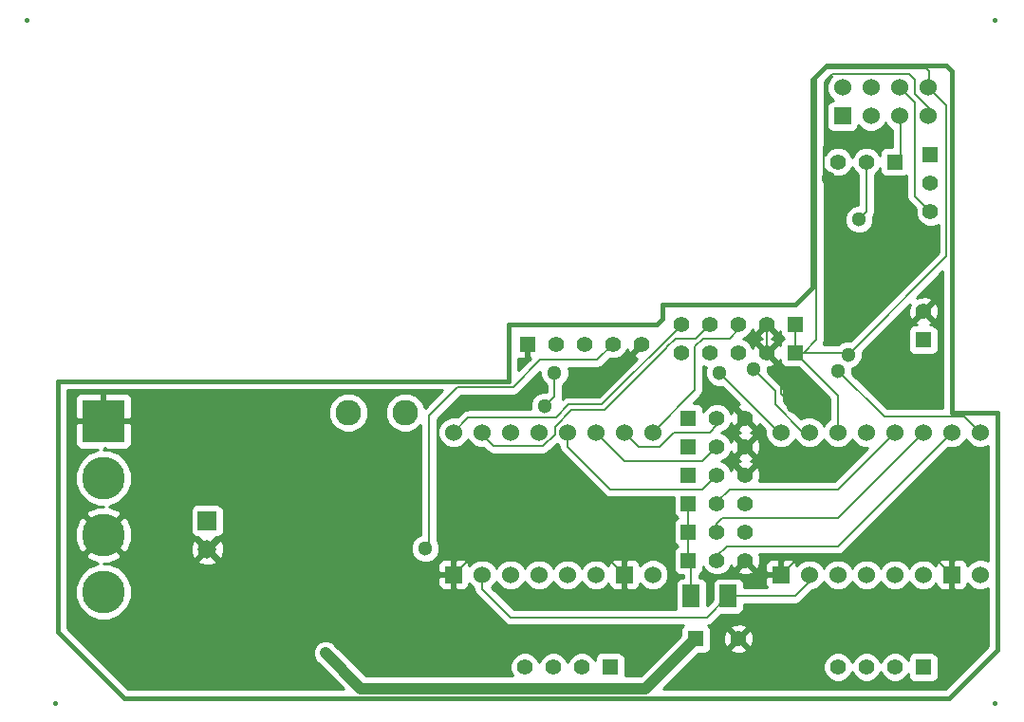
<source format=gbl>
G04 (created by PCBNEW (2013-07-07 BZR 4022)-stable) date 04/04/2014 12:18:16*
%MOIN*%
G04 Gerber Fmt 3.4, Leading zero omitted, Abs format*
%FSLAX34Y34*%
G01*
G70*
G90*
G04 APERTURE LIST*
%ADD10C,0.00590551*%
%ADD11C,0.015*%
%ADD12C,0.15*%
%ADD13R,0.15X0.15*%
%ADD14R,0.055X0.055*%
%ADD15C,0.055*%
%ADD16R,0.06X0.06*%
%ADD17C,0.06*%
%ADD18R,0.06X0.08*%
%ADD19R,0.065X0.065*%
%ADD20C,0.065*%
%ADD21C,0.09*%
%ADD22C,0.0393701*%
%ADD23C,0.0511811*%
%ADD24C,0.0393701*%
%ADD25C,0.008*%
%ADD26C,0.01*%
G04 APERTURE END LIST*
G54D10*
G54D11*
X41000Y-56000D02*
G75*
G03X41000Y-56000I0J0D01*
G74*
G01*
X40999Y-56000D02*
X41000Y-56000D01*
X41000Y-55999D02*
X41000Y-56000D01*
X74000Y-56000D02*
G75*
G03X74000Y-56000I0J0D01*
G74*
G01*
X73999Y-56000D02*
X74000Y-56000D01*
X74000Y-55999D02*
X74000Y-56000D01*
X74000Y-32000D02*
G75*
G03X74000Y-32000I0J0D01*
G74*
G01*
X73999Y-32000D02*
X74000Y-32000D01*
X74000Y-31999D02*
X74000Y-32000D01*
X40000Y-32000D02*
G75*
G03X40000Y-32000I0J0D01*
G74*
G01*
X39999Y-32000D02*
X40000Y-32000D01*
X40000Y-31999D02*
X40000Y-32000D01*
X72500Y-33800D02*
X72300Y-33600D01*
X72500Y-34000D02*
X72500Y-33800D01*
X72500Y-45800D02*
X72500Y-34000D01*
X74100Y-45800D02*
X72500Y-45800D01*
X74100Y-54100D02*
X74100Y-45800D01*
X41100Y-44750D02*
X41100Y-44700D01*
X41100Y-53500D02*
X41100Y-44750D01*
X43450Y-55850D02*
X41100Y-53500D01*
X72400Y-55850D02*
X43450Y-55850D01*
X74100Y-54150D02*
X72400Y-55850D01*
X68100Y-33600D02*
X72300Y-33600D01*
X67600Y-34100D02*
X68100Y-33600D01*
X67600Y-41400D02*
X67600Y-34100D01*
X67000Y-42000D02*
X67600Y-41400D01*
X62350Y-42000D02*
X67000Y-42000D01*
X62350Y-42500D02*
X62350Y-42000D01*
X62150Y-42700D02*
X62350Y-42500D01*
X56950Y-42700D02*
X62150Y-42700D01*
X56950Y-44700D02*
X56950Y-42700D01*
X41100Y-44700D02*
X56950Y-44700D01*
G54D12*
X42700Y-48100D03*
X42700Y-50100D03*
G54D13*
X42700Y-46100D03*
G54D12*
X42700Y-52100D03*
G54D14*
X71750Y-36750D03*
G54D15*
X71750Y-37750D03*
X71750Y-38750D03*
G54D14*
X63250Y-51000D03*
G54D15*
X64250Y-51000D03*
X65250Y-51000D03*
G54D14*
X63250Y-50000D03*
G54D15*
X64250Y-50000D03*
X65250Y-50000D03*
G54D14*
X63250Y-49000D03*
G54D15*
X64250Y-49000D03*
X65250Y-49000D03*
G54D14*
X63250Y-46000D03*
G54D15*
X64250Y-46000D03*
X65250Y-46000D03*
G54D14*
X63250Y-47000D03*
G54D15*
X64250Y-47000D03*
X65250Y-47000D03*
G54D14*
X63250Y-48000D03*
G54D15*
X64250Y-48000D03*
X65250Y-48000D03*
G54D14*
X70500Y-37000D03*
G54D15*
X69500Y-37000D03*
X68500Y-37000D03*
G54D14*
X67000Y-42700D03*
G54D15*
X66000Y-42700D03*
X65000Y-42700D03*
X64000Y-42700D03*
X63000Y-42700D03*
G54D14*
X67000Y-43700D03*
G54D15*
X66000Y-43700D03*
X65000Y-43700D03*
X64000Y-43700D03*
X63000Y-43700D03*
G54D14*
X60500Y-54750D03*
G54D15*
X59500Y-54750D03*
X58500Y-54750D03*
X57500Y-54750D03*
G54D14*
X71500Y-54750D03*
G54D15*
X70500Y-54750D03*
X69500Y-54750D03*
X68500Y-54750D03*
G54D16*
X68660Y-35390D03*
G54D17*
X68660Y-34390D03*
X69660Y-35390D03*
X69660Y-34390D03*
X70660Y-35390D03*
X70660Y-34390D03*
X71660Y-35390D03*
X71660Y-34390D03*
G54D16*
X55000Y-51500D03*
G54D17*
X56000Y-51500D03*
X57000Y-51500D03*
X58000Y-51500D03*
X59000Y-51500D03*
X60000Y-51500D03*
G54D16*
X61000Y-51500D03*
G54D17*
X62000Y-51500D03*
X62000Y-46500D03*
X61000Y-46500D03*
X60000Y-46500D03*
X59000Y-46500D03*
X58000Y-46500D03*
X57000Y-46500D03*
X56000Y-46500D03*
X55000Y-46500D03*
G54D16*
X66500Y-51500D03*
G54D17*
X67500Y-51500D03*
X68500Y-51500D03*
X69500Y-51500D03*
X70500Y-51500D03*
X71500Y-51500D03*
G54D16*
X72500Y-51500D03*
G54D17*
X73500Y-51500D03*
X73500Y-46500D03*
X72500Y-46500D03*
X71500Y-46500D03*
X70500Y-46500D03*
X69500Y-46500D03*
X68500Y-46500D03*
X67500Y-46500D03*
X66500Y-46500D03*
G54D14*
X71500Y-43250D03*
G54D15*
X71500Y-42250D03*
G54D18*
X64650Y-52250D03*
X63350Y-52250D03*
G54D19*
X46350Y-49600D03*
G54D20*
X46350Y-50600D03*
G54D14*
X63500Y-53750D03*
G54D15*
X65000Y-53750D03*
G54D21*
X51300Y-45800D03*
X53300Y-45800D03*
G54D14*
X57600Y-43400D03*
G54D15*
X58600Y-43400D03*
X59600Y-43400D03*
X60600Y-43400D03*
X61600Y-43400D03*
G54D22*
X50500Y-54250D03*
G54D23*
X64350Y-44410D03*
X65520Y-44275D03*
X54010Y-50580D03*
X69242Y-39020D03*
X68509Y-44338D03*
X66940Y-45590D03*
X68162Y-37589D03*
X68852Y-43771D03*
X58550Y-44424D03*
X58210Y-45576D03*
G54D24*
X61750Y-55500D02*
X63500Y-53750D01*
X51750Y-55500D02*
X61750Y-55500D01*
X50500Y-54250D02*
X51750Y-55500D01*
G54D25*
X63000Y-42700D02*
X63000Y-42735D01*
X55517Y-45983D02*
X55000Y-46500D01*
X58590Y-45983D02*
X55517Y-45983D01*
X59045Y-45528D02*
X58590Y-45983D01*
X60207Y-45528D02*
X59045Y-45528D01*
X63000Y-42735D02*
X60207Y-45528D01*
X56000Y-46500D02*
X56000Y-46592D01*
X63496Y-43204D02*
X64000Y-42700D01*
X62790Y-43204D02*
X63496Y-43204D01*
X62482Y-43512D02*
X62790Y-43204D01*
X62482Y-43554D02*
X62482Y-43512D01*
X60312Y-45724D02*
X62482Y-43554D01*
X59129Y-45724D02*
X60312Y-45724D01*
X58555Y-46298D02*
X59129Y-45724D01*
X58555Y-46571D02*
X58555Y-46298D01*
X58142Y-46984D02*
X58555Y-46571D01*
X56392Y-46984D02*
X58142Y-46984D01*
X56000Y-46592D02*
X56392Y-46984D01*
X66440Y-46500D02*
X66500Y-46500D01*
X64350Y-44410D02*
X66440Y-46500D01*
X67283Y-46500D02*
X67500Y-46500D01*
X66304Y-45521D02*
X67283Y-46500D01*
X66304Y-45059D02*
X66304Y-45521D01*
X65520Y-44275D02*
X66304Y-45059D01*
X60040Y-43960D02*
X60600Y-43400D01*
X58040Y-43960D02*
X60040Y-43960D01*
X57090Y-44910D02*
X58040Y-43960D01*
X55140Y-44910D02*
X57090Y-44910D01*
X54140Y-45910D02*
X55140Y-44910D01*
X54140Y-50450D02*
X54140Y-45910D01*
X54010Y-50580D02*
X54140Y-50450D01*
X69500Y-38762D02*
X69500Y-37000D01*
X69242Y-39020D02*
X69500Y-38762D01*
X65000Y-42700D02*
X65000Y-42891D01*
X63476Y-45024D02*
X62000Y-46500D01*
X63476Y-43484D02*
X63476Y-45024D01*
X63756Y-43204D02*
X63476Y-43484D01*
X64687Y-43204D02*
X63756Y-43204D01*
X65000Y-42891D02*
X64687Y-43204D01*
X72948Y-45948D02*
X73500Y-46500D01*
X70119Y-45948D02*
X72948Y-45948D01*
X68509Y-44338D02*
X70119Y-45948D01*
X66000Y-43700D02*
X66000Y-42700D01*
X66500Y-44200D02*
X66000Y-43700D01*
X66500Y-45150D02*
X66500Y-44200D01*
X66940Y-45590D02*
X66500Y-45150D01*
X71700Y-35100D02*
X71200Y-34600D01*
X71200Y-34600D02*
X71200Y-34100D01*
X71200Y-34100D02*
X71000Y-33900D01*
X71000Y-33900D02*
X68300Y-33900D01*
X68300Y-33900D02*
X68100Y-34100D01*
X68100Y-34100D02*
X68100Y-36400D01*
X71700Y-35100D02*
X71700Y-35400D01*
X68100Y-36386D02*
X68100Y-36400D01*
X68009Y-36477D02*
X68100Y-36386D01*
X68009Y-37436D02*
X68009Y-36477D01*
X68162Y-37589D02*
X68009Y-37436D01*
X66500Y-51500D02*
X67000Y-51000D01*
X72000Y-51000D02*
X72500Y-51500D01*
X67000Y-51000D02*
X72000Y-51000D01*
X55000Y-51500D02*
X55500Y-51000D01*
X60500Y-51000D02*
X61000Y-51500D01*
X55500Y-51000D02*
X60500Y-51000D01*
X63250Y-50000D02*
X63250Y-49000D01*
X63250Y-51000D02*
X63250Y-50000D01*
X63350Y-52250D02*
X63350Y-51100D01*
X63350Y-51100D02*
X63250Y-51000D01*
X70700Y-35400D02*
X70700Y-36800D01*
X70700Y-36800D02*
X70500Y-37000D01*
X64250Y-46000D02*
X64250Y-46250D01*
X61500Y-47000D02*
X61000Y-46500D01*
X62250Y-47000D02*
X61500Y-47000D01*
X62750Y-46500D02*
X62250Y-47000D01*
X64000Y-46500D02*
X62750Y-46500D01*
X64250Y-46250D02*
X64000Y-46500D01*
X68250Y-49500D02*
X68500Y-49500D01*
X64250Y-49700D02*
X64450Y-49500D01*
X64450Y-49500D02*
X68250Y-49500D01*
X71500Y-46500D02*
X68500Y-49500D01*
X64250Y-49700D02*
X64250Y-50000D01*
X68250Y-50500D02*
X68500Y-50500D01*
X64250Y-50850D02*
X64600Y-50500D01*
X64600Y-50500D02*
X68250Y-50500D01*
X72500Y-46500D02*
X68500Y-50500D01*
X64250Y-50850D02*
X64250Y-51000D01*
X64250Y-48000D02*
X63750Y-48500D01*
X59000Y-47000D02*
X59000Y-46500D01*
X60500Y-48500D02*
X59000Y-47000D01*
X63250Y-48500D02*
X60500Y-48500D01*
X63750Y-48500D02*
X63250Y-48500D01*
X60000Y-46500D02*
X61000Y-47500D01*
X63750Y-47500D02*
X64250Y-47000D01*
X61000Y-47500D02*
X63750Y-47500D01*
X68250Y-48500D02*
X68500Y-48500D01*
X64250Y-48950D02*
X64700Y-48500D01*
X64700Y-48500D02*
X68250Y-48500D01*
X70500Y-46500D02*
X68500Y-48500D01*
X64250Y-48950D02*
X64250Y-49000D01*
X70700Y-34400D02*
X71200Y-34900D01*
X71200Y-38200D02*
X71750Y-38750D01*
X71200Y-36000D02*
X71200Y-38200D01*
X71200Y-34900D02*
X71200Y-36000D01*
X67000Y-43700D02*
X67000Y-42700D01*
X67000Y-43700D02*
X68781Y-43700D01*
X68781Y-43700D02*
X68852Y-43771D01*
X68852Y-43771D02*
X72317Y-40306D01*
X72317Y-35017D02*
X71700Y-34400D01*
X72317Y-40306D02*
X72317Y-35017D01*
X58550Y-45236D02*
X58550Y-44424D01*
X58210Y-45576D02*
X58550Y-45236D01*
X71700Y-34400D02*
X71700Y-33800D01*
X71700Y-33800D02*
X71600Y-33700D01*
X71600Y-33700D02*
X68100Y-33700D01*
X68100Y-33700D02*
X67750Y-34050D01*
X67750Y-34050D02*
X67750Y-34250D01*
X67300Y-43700D02*
X67000Y-43700D01*
X67750Y-43250D02*
X67750Y-34250D01*
X67300Y-43700D02*
X67750Y-43250D01*
X56000Y-51500D02*
X56000Y-52000D01*
X63900Y-53000D02*
X64650Y-52250D01*
X57000Y-53000D02*
X63900Y-53000D01*
X56000Y-52000D02*
X57000Y-53000D01*
X68500Y-46500D02*
X68500Y-45200D01*
X68500Y-45200D02*
X67000Y-43700D01*
X64650Y-52250D02*
X67000Y-52250D01*
X67000Y-52250D02*
X67500Y-51750D01*
X67500Y-51750D02*
X67500Y-51500D01*
G54D10*
G36*
X57688Y-43901D02*
X57275Y-44314D01*
X57275Y-43924D01*
X57275Y-43925D01*
X57487Y-43925D01*
X57550Y-43862D01*
X57550Y-43450D01*
X57542Y-43450D01*
X57542Y-43350D01*
X57550Y-43350D01*
X57550Y-43342D01*
X57650Y-43342D01*
X57650Y-43350D01*
X57657Y-43350D01*
X57657Y-43450D01*
X57650Y-43450D01*
X57650Y-43862D01*
X57688Y-43901D01*
X57688Y-43901D01*
G37*
G54D26*
X57688Y-43901D02*
X57275Y-44314D01*
X57275Y-43924D01*
X57275Y-43925D01*
X57487Y-43925D01*
X57550Y-43862D01*
X57550Y-43450D01*
X57542Y-43450D01*
X57542Y-43350D01*
X57550Y-43350D01*
X57550Y-43342D01*
X57650Y-43342D01*
X57650Y-43350D01*
X57657Y-43350D01*
X57657Y-43450D01*
X57650Y-43450D01*
X57650Y-43862D01*
X57688Y-43901D01*
G54D10*
G36*
X59676Y-43405D02*
X59605Y-43476D01*
X59600Y-43470D01*
X59594Y-43476D01*
X59523Y-43405D01*
X59529Y-43400D01*
X59523Y-43394D01*
X59594Y-43323D01*
X59600Y-43329D01*
X59605Y-43323D01*
X59676Y-43394D01*
X59670Y-43400D01*
X59676Y-43405D01*
X59676Y-43405D01*
G37*
G54D26*
X59676Y-43405D02*
X59605Y-43476D01*
X59600Y-43470D01*
X59594Y-43476D01*
X59523Y-43405D01*
X59529Y-43400D01*
X59523Y-43394D01*
X59594Y-43323D01*
X59600Y-43329D01*
X59605Y-43323D01*
X59676Y-43394D01*
X59670Y-43400D01*
X59676Y-43405D01*
G54D10*
G36*
X61676Y-43405D02*
X61605Y-43476D01*
X61600Y-43470D01*
X61302Y-43767D01*
X61327Y-43860D01*
X61428Y-43896D01*
X60086Y-45238D01*
X59045Y-45238D01*
X58934Y-45260D01*
X58839Y-45322D01*
X58839Y-45322D01*
X58818Y-45344D01*
X58840Y-45236D01*
X58839Y-45236D01*
X58840Y-45236D01*
X58840Y-44849D01*
X58978Y-44710D01*
X59055Y-44525D01*
X59055Y-44323D01*
X59025Y-44250D01*
X60040Y-44250D01*
X60150Y-44227D01*
X60245Y-44165D01*
X60488Y-43922D01*
X60495Y-43924D01*
X60703Y-43925D01*
X60897Y-43845D01*
X61044Y-43697D01*
X61097Y-43571D01*
X61139Y-43672D01*
X61232Y-43697D01*
X61529Y-43400D01*
X61523Y-43394D01*
X61594Y-43323D01*
X61600Y-43329D01*
X61605Y-43323D01*
X61676Y-43394D01*
X61670Y-43400D01*
X61676Y-43405D01*
X61676Y-43405D01*
G37*
G54D26*
X61676Y-43405D02*
X61605Y-43476D01*
X61600Y-43470D01*
X61302Y-43767D01*
X61327Y-43860D01*
X61428Y-43896D01*
X60086Y-45238D01*
X59045Y-45238D01*
X58934Y-45260D01*
X58839Y-45322D01*
X58839Y-45322D01*
X58818Y-45344D01*
X58840Y-45236D01*
X58839Y-45236D01*
X58840Y-45236D01*
X58840Y-44849D01*
X58978Y-44710D01*
X59055Y-44525D01*
X59055Y-44323D01*
X59025Y-44250D01*
X60040Y-44250D01*
X60150Y-44227D01*
X60245Y-44165D01*
X60488Y-43922D01*
X60495Y-43924D01*
X60703Y-43925D01*
X60897Y-43845D01*
X61044Y-43697D01*
X61097Y-43571D01*
X61139Y-43672D01*
X61232Y-43697D01*
X61529Y-43400D01*
X61523Y-43394D01*
X61594Y-43323D01*
X61600Y-43329D01*
X61605Y-43323D01*
X61676Y-43394D01*
X61670Y-43400D01*
X61676Y-43405D01*
G54D10*
G36*
X63060Y-51599D02*
X63000Y-51599D01*
X62908Y-51637D01*
X62838Y-51708D01*
X62800Y-51800D01*
X62799Y-51899D01*
X62799Y-52699D01*
X62804Y-52710D01*
X62550Y-52710D01*
X62550Y-51391D01*
X62466Y-51188D01*
X62311Y-51034D01*
X62109Y-50950D01*
X61891Y-50949D01*
X61688Y-51033D01*
X61549Y-51172D01*
X61549Y-51150D01*
X61511Y-51058D01*
X61441Y-50987D01*
X61349Y-50949D01*
X61112Y-50950D01*
X61050Y-51012D01*
X61050Y-51450D01*
X61057Y-51450D01*
X61057Y-51550D01*
X61050Y-51550D01*
X61050Y-51987D01*
X61112Y-52050D01*
X61349Y-52050D01*
X61441Y-52012D01*
X61511Y-51941D01*
X61549Y-51849D01*
X61549Y-51827D01*
X61688Y-51965D01*
X61890Y-52049D01*
X62108Y-52050D01*
X62311Y-51966D01*
X62465Y-51811D01*
X62549Y-51609D01*
X62550Y-51391D01*
X62550Y-52710D01*
X57120Y-52710D01*
X56343Y-51933D01*
X56465Y-51811D01*
X56499Y-51730D01*
X56533Y-51811D01*
X56688Y-51965D01*
X56890Y-52049D01*
X57108Y-52050D01*
X57311Y-51966D01*
X57465Y-51811D01*
X57499Y-51730D01*
X57533Y-51811D01*
X57688Y-51965D01*
X57890Y-52049D01*
X58108Y-52050D01*
X58311Y-51966D01*
X58465Y-51811D01*
X58499Y-51730D01*
X58533Y-51811D01*
X58688Y-51965D01*
X58890Y-52049D01*
X59108Y-52050D01*
X59311Y-51966D01*
X59465Y-51811D01*
X59499Y-51730D01*
X59533Y-51811D01*
X59688Y-51965D01*
X59890Y-52049D01*
X60108Y-52050D01*
X60311Y-51966D01*
X60450Y-51827D01*
X60450Y-51849D01*
X60488Y-51941D01*
X60558Y-52012D01*
X60650Y-52050D01*
X60887Y-52050D01*
X60950Y-51987D01*
X60950Y-51550D01*
X60942Y-51550D01*
X60942Y-51450D01*
X60950Y-51450D01*
X60950Y-51012D01*
X60887Y-50950D01*
X60650Y-50949D01*
X60558Y-50987D01*
X60488Y-51058D01*
X60450Y-51150D01*
X60450Y-51172D01*
X60311Y-51034D01*
X60109Y-50950D01*
X59891Y-50949D01*
X59688Y-51033D01*
X59534Y-51188D01*
X59500Y-51269D01*
X59466Y-51188D01*
X59311Y-51034D01*
X59109Y-50950D01*
X58891Y-50949D01*
X58688Y-51033D01*
X58534Y-51188D01*
X58500Y-51269D01*
X58466Y-51188D01*
X58311Y-51034D01*
X58109Y-50950D01*
X57891Y-50949D01*
X57688Y-51033D01*
X57534Y-51188D01*
X57500Y-51269D01*
X57466Y-51188D01*
X57311Y-51034D01*
X57109Y-50950D01*
X56891Y-50949D01*
X56688Y-51033D01*
X56534Y-51188D01*
X56500Y-51269D01*
X56466Y-51188D01*
X56311Y-51034D01*
X56109Y-50950D01*
X55891Y-50949D01*
X55688Y-51033D01*
X55549Y-51172D01*
X55549Y-51150D01*
X55511Y-51058D01*
X55441Y-50987D01*
X55349Y-50949D01*
X55112Y-50950D01*
X55050Y-51012D01*
X55050Y-51450D01*
X55057Y-51450D01*
X55057Y-51550D01*
X55050Y-51550D01*
X55050Y-51987D01*
X55112Y-52050D01*
X55349Y-52050D01*
X55441Y-52012D01*
X55511Y-51941D01*
X55549Y-51849D01*
X55549Y-51827D01*
X55688Y-51965D01*
X55710Y-51975D01*
X55710Y-52000D01*
X55732Y-52110D01*
X55794Y-52205D01*
X56794Y-53205D01*
X56889Y-53267D01*
X57000Y-53290D01*
X63056Y-53290D01*
X63013Y-53333D01*
X62975Y-53425D01*
X62974Y-53524D01*
X62974Y-53643D01*
X61564Y-55053D01*
X61024Y-55053D01*
X61025Y-54975D01*
X61025Y-54425D01*
X60987Y-54333D01*
X60916Y-54263D01*
X60824Y-54225D01*
X60725Y-54224D01*
X60175Y-54224D01*
X60083Y-54262D01*
X60013Y-54333D01*
X59975Y-54425D01*
X59974Y-54524D01*
X59974Y-54524D01*
X59945Y-54453D01*
X59797Y-54305D01*
X59604Y-54225D01*
X59396Y-54224D01*
X59203Y-54304D01*
X59055Y-54452D01*
X58999Y-54585D01*
X58945Y-54453D01*
X58797Y-54305D01*
X58604Y-54225D01*
X58396Y-54224D01*
X58203Y-54304D01*
X58055Y-54452D01*
X57999Y-54585D01*
X57945Y-54453D01*
X57797Y-54305D01*
X57604Y-54225D01*
X57396Y-54224D01*
X57203Y-54304D01*
X57055Y-54452D01*
X56975Y-54645D01*
X56974Y-54853D01*
X57054Y-55047D01*
X57060Y-55053D01*
X54950Y-55053D01*
X54950Y-51987D01*
X54950Y-51550D01*
X54950Y-51450D01*
X54950Y-51012D01*
X54887Y-50950D01*
X54650Y-50949D01*
X54558Y-50987D01*
X54488Y-51058D01*
X54450Y-51150D01*
X54449Y-51249D01*
X54450Y-51387D01*
X54512Y-51450D01*
X54950Y-51450D01*
X54950Y-51550D01*
X54512Y-51550D01*
X54450Y-51612D01*
X54449Y-51750D01*
X54450Y-51849D01*
X54488Y-51941D01*
X54558Y-52012D01*
X54650Y-52050D01*
X54887Y-52050D01*
X54950Y-51987D01*
X54950Y-55053D01*
X52000Y-55053D01*
X52000Y-45661D01*
X51893Y-45404D01*
X51697Y-45206D01*
X51439Y-45100D01*
X51161Y-45099D01*
X50904Y-45206D01*
X50706Y-45402D01*
X50600Y-45660D01*
X50599Y-45938D01*
X50706Y-46196D01*
X50902Y-46393D01*
X51160Y-46499D01*
X51438Y-46500D01*
X51696Y-46393D01*
X51893Y-46197D01*
X51999Y-45939D01*
X52000Y-45661D01*
X52000Y-55053D01*
X51935Y-55053D01*
X50816Y-53934D01*
X50815Y-53934D01*
X50753Y-53871D01*
X50589Y-53803D01*
X50411Y-53803D01*
X50247Y-53870D01*
X50121Y-53996D01*
X50053Y-54160D01*
X50053Y-54338D01*
X50120Y-54502D01*
X50184Y-54565D01*
X50246Y-54628D01*
X50246Y-54628D01*
X51143Y-55525D01*
X46929Y-55525D01*
X46929Y-50687D01*
X46925Y-50587D01*
X46925Y-49875D01*
X46925Y-49225D01*
X46887Y-49133D01*
X46816Y-49063D01*
X46724Y-49025D01*
X46625Y-49024D01*
X45975Y-49024D01*
X45883Y-49062D01*
X45813Y-49133D01*
X45775Y-49225D01*
X45774Y-49324D01*
X45774Y-49974D01*
X45812Y-50066D01*
X45883Y-50136D01*
X45975Y-50174D01*
X46023Y-50174D01*
X46016Y-50195D01*
X46350Y-50529D01*
X46683Y-50195D01*
X46676Y-50175D01*
X46724Y-50175D01*
X46816Y-50137D01*
X46886Y-50066D01*
X46924Y-49974D01*
X46925Y-49875D01*
X46925Y-50587D01*
X46919Y-50459D01*
X46851Y-50297D01*
X46754Y-50266D01*
X46420Y-50600D01*
X46754Y-50933D01*
X46851Y-50902D01*
X46929Y-50687D01*
X46929Y-55525D01*
X46683Y-55525D01*
X46683Y-51004D01*
X46350Y-50670D01*
X46279Y-50741D01*
X46279Y-50600D01*
X45945Y-50266D01*
X45848Y-50297D01*
X45770Y-50512D01*
X45780Y-50740D01*
X45848Y-50902D01*
X45945Y-50933D01*
X46279Y-50600D01*
X46279Y-50741D01*
X46016Y-51004D01*
X46047Y-51101D01*
X46262Y-51179D01*
X46490Y-51169D01*
X46652Y-51101D01*
X46683Y-51004D01*
X46683Y-55525D01*
X43701Y-55525D01*
X43701Y-50289D01*
X43700Y-50112D01*
X43700Y-47901D01*
X43700Y-47901D01*
X43548Y-47534D01*
X43267Y-47252D01*
X42899Y-47100D01*
X42700Y-47100D01*
X42750Y-47100D01*
X42750Y-47037D01*
X42812Y-47100D01*
X43400Y-47100D01*
X43499Y-47099D01*
X43591Y-47061D01*
X43662Y-46991D01*
X43700Y-46899D01*
X43700Y-45300D01*
X43662Y-45208D01*
X43591Y-45138D01*
X43499Y-45100D01*
X43400Y-45099D01*
X42812Y-45100D01*
X42750Y-45162D01*
X42750Y-46050D01*
X43637Y-46050D01*
X43700Y-45987D01*
X43700Y-45300D01*
X43700Y-46899D01*
X43700Y-46212D01*
X43637Y-46150D01*
X42750Y-46150D01*
X42750Y-46157D01*
X42650Y-46157D01*
X42650Y-46150D01*
X42650Y-46050D01*
X42650Y-45162D01*
X42587Y-45100D01*
X41999Y-45099D01*
X41900Y-45100D01*
X41808Y-45138D01*
X41737Y-45208D01*
X41699Y-45300D01*
X41700Y-45987D01*
X41762Y-46050D01*
X42650Y-46050D01*
X42650Y-46150D01*
X41762Y-46150D01*
X41700Y-46212D01*
X41699Y-46899D01*
X41737Y-46991D01*
X41808Y-47061D01*
X41900Y-47099D01*
X41999Y-47100D01*
X42501Y-47100D01*
X42134Y-47251D01*
X41852Y-47532D01*
X41700Y-47900D01*
X41699Y-48298D01*
X41851Y-48665D01*
X42132Y-48947D01*
X42500Y-49099D01*
X42695Y-49099D01*
X42491Y-49101D01*
X42141Y-49246D01*
X42059Y-49388D01*
X42700Y-50029D01*
X43340Y-49388D01*
X43258Y-49246D01*
X42894Y-49100D01*
X42898Y-49100D01*
X43265Y-48948D01*
X43547Y-48667D01*
X43699Y-48299D01*
X43700Y-47901D01*
X43700Y-50112D01*
X43698Y-49891D01*
X43553Y-49541D01*
X43411Y-49459D01*
X42770Y-50100D01*
X43411Y-50740D01*
X43553Y-50658D01*
X43701Y-50289D01*
X43701Y-55525D01*
X43700Y-55525D01*
X43700Y-51901D01*
X43548Y-51534D01*
X43267Y-51252D01*
X42899Y-51100D01*
X42704Y-51100D01*
X42908Y-51098D01*
X43258Y-50953D01*
X43340Y-50811D01*
X42700Y-50170D01*
X42629Y-50241D01*
X42629Y-50100D01*
X41988Y-49459D01*
X41846Y-49541D01*
X41698Y-49910D01*
X41701Y-50308D01*
X41846Y-50658D01*
X41988Y-50740D01*
X42629Y-50100D01*
X42629Y-50241D01*
X42059Y-50811D01*
X42141Y-50953D01*
X42505Y-51099D01*
X42501Y-51099D01*
X42134Y-51251D01*
X41852Y-51532D01*
X41700Y-51900D01*
X41699Y-52298D01*
X41851Y-52665D01*
X42132Y-52947D01*
X42500Y-53099D01*
X42898Y-53100D01*
X43265Y-52948D01*
X43547Y-52667D01*
X43699Y-52299D01*
X43700Y-51901D01*
X43700Y-55525D01*
X43584Y-55525D01*
X41425Y-53365D01*
X41425Y-45025D01*
X54614Y-45025D01*
X53993Y-45646D01*
X53893Y-45404D01*
X53697Y-45206D01*
X53439Y-45100D01*
X53161Y-45099D01*
X52904Y-45206D01*
X52706Y-45402D01*
X52600Y-45660D01*
X52599Y-45938D01*
X52706Y-46196D01*
X52902Y-46393D01*
X53160Y-46499D01*
X53438Y-46500D01*
X53696Y-46393D01*
X53850Y-46240D01*
X53850Y-50098D01*
X53723Y-50150D01*
X53581Y-50293D01*
X53504Y-50478D01*
X53504Y-50680D01*
X53580Y-50866D01*
X53723Y-51008D01*
X53908Y-51085D01*
X54110Y-51085D01*
X54296Y-51009D01*
X54438Y-50866D01*
X54515Y-50681D01*
X54515Y-50479D01*
X54439Y-50293D01*
X54430Y-50284D01*
X54430Y-46030D01*
X55260Y-45200D01*
X57090Y-45200D01*
X57200Y-45177D01*
X57295Y-45115D01*
X58044Y-44365D01*
X58044Y-44524D01*
X58120Y-44710D01*
X58260Y-44849D01*
X58260Y-45070D01*
X58109Y-45070D01*
X57923Y-45146D01*
X57781Y-45289D01*
X57704Y-45474D01*
X57704Y-45676D01*
X57710Y-45693D01*
X55517Y-45693D01*
X55516Y-45693D01*
X55498Y-45696D01*
X55406Y-45715D01*
X55311Y-45777D01*
X55311Y-45777D01*
X55311Y-45777D01*
X55131Y-45958D01*
X55109Y-45950D01*
X54891Y-45949D01*
X54688Y-46033D01*
X54534Y-46188D01*
X54450Y-46390D01*
X54449Y-46608D01*
X54533Y-46811D01*
X54688Y-46965D01*
X54890Y-47049D01*
X55108Y-47050D01*
X55311Y-46966D01*
X55465Y-46811D01*
X55499Y-46730D01*
X55533Y-46811D01*
X55688Y-46965D01*
X55890Y-47049D01*
X56047Y-47050D01*
X56186Y-47189D01*
X56281Y-47251D01*
X56392Y-47274D01*
X58142Y-47274D01*
X58252Y-47251D01*
X58347Y-47189D01*
X58629Y-46906D01*
X58688Y-46965D01*
X58710Y-46975D01*
X58710Y-47000D01*
X58732Y-47110D01*
X58794Y-47205D01*
X60294Y-48705D01*
X60294Y-48705D01*
X60389Y-48767D01*
X60500Y-48790D01*
X62724Y-48790D01*
X62724Y-49324D01*
X62762Y-49416D01*
X62833Y-49486D01*
X62864Y-49499D01*
X62833Y-49512D01*
X62763Y-49583D01*
X62725Y-49675D01*
X62724Y-49774D01*
X62724Y-50324D01*
X62762Y-50416D01*
X62833Y-50486D01*
X62864Y-50499D01*
X62833Y-50512D01*
X62763Y-50583D01*
X62725Y-50675D01*
X62724Y-50774D01*
X62724Y-51324D01*
X62762Y-51416D01*
X62833Y-51486D01*
X62925Y-51524D01*
X63024Y-51525D01*
X63060Y-51525D01*
X63060Y-51599D01*
X63060Y-51599D01*
G37*
G54D26*
X63060Y-51599D02*
X63000Y-51599D01*
X62908Y-51637D01*
X62838Y-51708D01*
X62800Y-51800D01*
X62799Y-51899D01*
X62799Y-52699D01*
X62804Y-52710D01*
X62550Y-52710D01*
X62550Y-51391D01*
X62466Y-51188D01*
X62311Y-51034D01*
X62109Y-50950D01*
X61891Y-50949D01*
X61688Y-51033D01*
X61549Y-51172D01*
X61549Y-51150D01*
X61511Y-51058D01*
X61441Y-50987D01*
X61349Y-50949D01*
X61112Y-50950D01*
X61050Y-51012D01*
X61050Y-51450D01*
X61057Y-51450D01*
X61057Y-51550D01*
X61050Y-51550D01*
X61050Y-51987D01*
X61112Y-52050D01*
X61349Y-52050D01*
X61441Y-52012D01*
X61511Y-51941D01*
X61549Y-51849D01*
X61549Y-51827D01*
X61688Y-51965D01*
X61890Y-52049D01*
X62108Y-52050D01*
X62311Y-51966D01*
X62465Y-51811D01*
X62549Y-51609D01*
X62550Y-51391D01*
X62550Y-52710D01*
X57120Y-52710D01*
X56343Y-51933D01*
X56465Y-51811D01*
X56499Y-51730D01*
X56533Y-51811D01*
X56688Y-51965D01*
X56890Y-52049D01*
X57108Y-52050D01*
X57311Y-51966D01*
X57465Y-51811D01*
X57499Y-51730D01*
X57533Y-51811D01*
X57688Y-51965D01*
X57890Y-52049D01*
X58108Y-52050D01*
X58311Y-51966D01*
X58465Y-51811D01*
X58499Y-51730D01*
X58533Y-51811D01*
X58688Y-51965D01*
X58890Y-52049D01*
X59108Y-52050D01*
X59311Y-51966D01*
X59465Y-51811D01*
X59499Y-51730D01*
X59533Y-51811D01*
X59688Y-51965D01*
X59890Y-52049D01*
X60108Y-52050D01*
X60311Y-51966D01*
X60450Y-51827D01*
X60450Y-51849D01*
X60488Y-51941D01*
X60558Y-52012D01*
X60650Y-52050D01*
X60887Y-52050D01*
X60950Y-51987D01*
X60950Y-51550D01*
X60942Y-51550D01*
X60942Y-51450D01*
X60950Y-51450D01*
X60950Y-51012D01*
X60887Y-50950D01*
X60650Y-50949D01*
X60558Y-50987D01*
X60488Y-51058D01*
X60450Y-51150D01*
X60450Y-51172D01*
X60311Y-51034D01*
X60109Y-50950D01*
X59891Y-50949D01*
X59688Y-51033D01*
X59534Y-51188D01*
X59500Y-51269D01*
X59466Y-51188D01*
X59311Y-51034D01*
X59109Y-50950D01*
X58891Y-50949D01*
X58688Y-51033D01*
X58534Y-51188D01*
X58500Y-51269D01*
X58466Y-51188D01*
X58311Y-51034D01*
X58109Y-50950D01*
X57891Y-50949D01*
X57688Y-51033D01*
X57534Y-51188D01*
X57500Y-51269D01*
X57466Y-51188D01*
X57311Y-51034D01*
X57109Y-50950D01*
X56891Y-50949D01*
X56688Y-51033D01*
X56534Y-51188D01*
X56500Y-51269D01*
X56466Y-51188D01*
X56311Y-51034D01*
X56109Y-50950D01*
X55891Y-50949D01*
X55688Y-51033D01*
X55549Y-51172D01*
X55549Y-51150D01*
X55511Y-51058D01*
X55441Y-50987D01*
X55349Y-50949D01*
X55112Y-50950D01*
X55050Y-51012D01*
X55050Y-51450D01*
X55057Y-51450D01*
X55057Y-51550D01*
X55050Y-51550D01*
X55050Y-51987D01*
X55112Y-52050D01*
X55349Y-52050D01*
X55441Y-52012D01*
X55511Y-51941D01*
X55549Y-51849D01*
X55549Y-51827D01*
X55688Y-51965D01*
X55710Y-51975D01*
X55710Y-52000D01*
X55732Y-52110D01*
X55794Y-52205D01*
X56794Y-53205D01*
X56889Y-53267D01*
X57000Y-53290D01*
X63056Y-53290D01*
X63013Y-53333D01*
X62975Y-53425D01*
X62974Y-53524D01*
X62974Y-53643D01*
X61564Y-55053D01*
X61024Y-55053D01*
X61025Y-54975D01*
X61025Y-54425D01*
X60987Y-54333D01*
X60916Y-54263D01*
X60824Y-54225D01*
X60725Y-54224D01*
X60175Y-54224D01*
X60083Y-54262D01*
X60013Y-54333D01*
X59975Y-54425D01*
X59974Y-54524D01*
X59974Y-54524D01*
X59945Y-54453D01*
X59797Y-54305D01*
X59604Y-54225D01*
X59396Y-54224D01*
X59203Y-54304D01*
X59055Y-54452D01*
X58999Y-54585D01*
X58945Y-54453D01*
X58797Y-54305D01*
X58604Y-54225D01*
X58396Y-54224D01*
X58203Y-54304D01*
X58055Y-54452D01*
X57999Y-54585D01*
X57945Y-54453D01*
X57797Y-54305D01*
X57604Y-54225D01*
X57396Y-54224D01*
X57203Y-54304D01*
X57055Y-54452D01*
X56975Y-54645D01*
X56974Y-54853D01*
X57054Y-55047D01*
X57060Y-55053D01*
X54950Y-55053D01*
X54950Y-51987D01*
X54950Y-51550D01*
X54950Y-51450D01*
X54950Y-51012D01*
X54887Y-50950D01*
X54650Y-50949D01*
X54558Y-50987D01*
X54488Y-51058D01*
X54450Y-51150D01*
X54449Y-51249D01*
X54450Y-51387D01*
X54512Y-51450D01*
X54950Y-51450D01*
X54950Y-51550D01*
X54512Y-51550D01*
X54450Y-51612D01*
X54449Y-51750D01*
X54450Y-51849D01*
X54488Y-51941D01*
X54558Y-52012D01*
X54650Y-52050D01*
X54887Y-52050D01*
X54950Y-51987D01*
X54950Y-55053D01*
X52000Y-55053D01*
X52000Y-45661D01*
X51893Y-45404D01*
X51697Y-45206D01*
X51439Y-45100D01*
X51161Y-45099D01*
X50904Y-45206D01*
X50706Y-45402D01*
X50600Y-45660D01*
X50599Y-45938D01*
X50706Y-46196D01*
X50902Y-46393D01*
X51160Y-46499D01*
X51438Y-46500D01*
X51696Y-46393D01*
X51893Y-46197D01*
X51999Y-45939D01*
X52000Y-45661D01*
X52000Y-55053D01*
X51935Y-55053D01*
X50816Y-53934D01*
X50815Y-53934D01*
X50753Y-53871D01*
X50589Y-53803D01*
X50411Y-53803D01*
X50247Y-53870D01*
X50121Y-53996D01*
X50053Y-54160D01*
X50053Y-54338D01*
X50120Y-54502D01*
X50184Y-54565D01*
X50246Y-54628D01*
X50246Y-54628D01*
X51143Y-55525D01*
X46929Y-55525D01*
X46929Y-50687D01*
X46925Y-50587D01*
X46925Y-49875D01*
X46925Y-49225D01*
X46887Y-49133D01*
X46816Y-49063D01*
X46724Y-49025D01*
X46625Y-49024D01*
X45975Y-49024D01*
X45883Y-49062D01*
X45813Y-49133D01*
X45775Y-49225D01*
X45774Y-49324D01*
X45774Y-49974D01*
X45812Y-50066D01*
X45883Y-50136D01*
X45975Y-50174D01*
X46023Y-50174D01*
X46016Y-50195D01*
X46350Y-50529D01*
X46683Y-50195D01*
X46676Y-50175D01*
X46724Y-50175D01*
X46816Y-50137D01*
X46886Y-50066D01*
X46924Y-49974D01*
X46925Y-49875D01*
X46925Y-50587D01*
X46919Y-50459D01*
X46851Y-50297D01*
X46754Y-50266D01*
X46420Y-50600D01*
X46754Y-50933D01*
X46851Y-50902D01*
X46929Y-50687D01*
X46929Y-55525D01*
X46683Y-55525D01*
X46683Y-51004D01*
X46350Y-50670D01*
X46279Y-50741D01*
X46279Y-50600D01*
X45945Y-50266D01*
X45848Y-50297D01*
X45770Y-50512D01*
X45780Y-50740D01*
X45848Y-50902D01*
X45945Y-50933D01*
X46279Y-50600D01*
X46279Y-50741D01*
X46016Y-51004D01*
X46047Y-51101D01*
X46262Y-51179D01*
X46490Y-51169D01*
X46652Y-51101D01*
X46683Y-51004D01*
X46683Y-55525D01*
X43701Y-55525D01*
X43701Y-50289D01*
X43700Y-50112D01*
X43700Y-47901D01*
X43700Y-47901D01*
X43548Y-47534D01*
X43267Y-47252D01*
X42899Y-47100D01*
X42700Y-47100D01*
X42750Y-47100D01*
X42750Y-47037D01*
X42812Y-47100D01*
X43400Y-47100D01*
X43499Y-47099D01*
X43591Y-47061D01*
X43662Y-46991D01*
X43700Y-46899D01*
X43700Y-45300D01*
X43662Y-45208D01*
X43591Y-45138D01*
X43499Y-45100D01*
X43400Y-45099D01*
X42812Y-45100D01*
X42750Y-45162D01*
X42750Y-46050D01*
X43637Y-46050D01*
X43700Y-45987D01*
X43700Y-45300D01*
X43700Y-46899D01*
X43700Y-46212D01*
X43637Y-46150D01*
X42750Y-46150D01*
X42750Y-46157D01*
X42650Y-46157D01*
X42650Y-46150D01*
X42650Y-46050D01*
X42650Y-45162D01*
X42587Y-45100D01*
X41999Y-45099D01*
X41900Y-45100D01*
X41808Y-45138D01*
X41737Y-45208D01*
X41699Y-45300D01*
X41700Y-45987D01*
X41762Y-46050D01*
X42650Y-46050D01*
X42650Y-46150D01*
X41762Y-46150D01*
X41700Y-46212D01*
X41699Y-46899D01*
X41737Y-46991D01*
X41808Y-47061D01*
X41900Y-47099D01*
X41999Y-47100D01*
X42501Y-47100D01*
X42134Y-47251D01*
X41852Y-47532D01*
X41700Y-47900D01*
X41699Y-48298D01*
X41851Y-48665D01*
X42132Y-48947D01*
X42500Y-49099D01*
X42695Y-49099D01*
X42491Y-49101D01*
X42141Y-49246D01*
X42059Y-49388D01*
X42700Y-50029D01*
X43340Y-49388D01*
X43258Y-49246D01*
X42894Y-49100D01*
X42898Y-49100D01*
X43265Y-48948D01*
X43547Y-48667D01*
X43699Y-48299D01*
X43700Y-47901D01*
X43700Y-50112D01*
X43698Y-49891D01*
X43553Y-49541D01*
X43411Y-49459D01*
X42770Y-50100D01*
X43411Y-50740D01*
X43553Y-50658D01*
X43701Y-50289D01*
X43701Y-55525D01*
X43700Y-55525D01*
X43700Y-51901D01*
X43548Y-51534D01*
X43267Y-51252D01*
X42899Y-51100D01*
X42704Y-51100D01*
X42908Y-51098D01*
X43258Y-50953D01*
X43340Y-50811D01*
X42700Y-50170D01*
X42629Y-50241D01*
X42629Y-50100D01*
X41988Y-49459D01*
X41846Y-49541D01*
X41698Y-49910D01*
X41701Y-50308D01*
X41846Y-50658D01*
X41988Y-50740D01*
X42629Y-50100D01*
X42629Y-50241D01*
X42059Y-50811D01*
X42141Y-50953D01*
X42505Y-51099D01*
X42501Y-51099D01*
X42134Y-51251D01*
X41852Y-51532D01*
X41700Y-51900D01*
X41699Y-52298D01*
X41851Y-52665D01*
X42132Y-52947D01*
X42500Y-53099D01*
X42898Y-53100D01*
X43265Y-52948D01*
X43547Y-52667D01*
X43699Y-52299D01*
X43700Y-51901D01*
X43700Y-55525D01*
X43584Y-55525D01*
X41425Y-53365D01*
X41425Y-45025D01*
X54614Y-45025D01*
X53993Y-45646D01*
X53893Y-45404D01*
X53697Y-45206D01*
X53439Y-45100D01*
X53161Y-45099D01*
X52904Y-45206D01*
X52706Y-45402D01*
X52600Y-45660D01*
X52599Y-45938D01*
X52706Y-46196D01*
X52902Y-46393D01*
X53160Y-46499D01*
X53438Y-46500D01*
X53696Y-46393D01*
X53850Y-46240D01*
X53850Y-50098D01*
X53723Y-50150D01*
X53581Y-50293D01*
X53504Y-50478D01*
X53504Y-50680D01*
X53580Y-50866D01*
X53723Y-51008D01*
X53908Y-51085D01*
X54110Y-51085D01*
X54296Y-51009D01*
X54438Y-50866D01*
X54515Y-50681D01*
X54515Y-50479D01*
X54439Y-50293D01*
X54430Y-50284D01*
X54430Y-46030D01*
X55260Y-45200D01*
X57090Y-45200D01*
X57200Y-45177D01*
X57295Y-45115D01*
X58044Y-44365D01*
X58044Y-44524D01*
X58120Y-44710D01*
X58260Y-44849D01*
X58260Y-45070D01*
X58109Y-45070D01*
X57923Y-45146D01*
X57781Y-45289D01*
X57704Y-45474D01*
X57704Y-45676D01*
X57710Y-45693D01*
X55517Y-45693D01*
X55516Y-45693D01*
X55498Y-45696D01*
X55406Y-45715D01*
X55311Y-45777D01*
X55311Y-45777D01*
X55311Y-45777D01*
X55131Y-45958D01*
X55109Y-45950D01*
X54891Y-45949D01*
X54688Y-46033D01*
X54534Y-46188D01*
X54450Y-46390D01*
X54449Y-46608D01*
X54533Y-46811D01*
X54688Y-46965D01*
X54890Y-47049D01*
X55108Y-47050D01*
X55311Y-46966D01*
X55465Y-46811D01*
X55499Y-46730D01*
X55533Y-46811D01*
X55688Y-46965D01*
X55890Y-47049D01*
X56047Y-47050D01*
X56186Y-47189D01*
X56281Y-47251D01*
X56392Y-47274D01*
X58142Y-47274D01*
X58252Y-47251D01*
X58347Y-47189D01*
X58629Y-46906D01*
X58688Y-46965D01*
X58710Y-46975D01*
X58710Y-47000D01*
X58732Y-47110D01*
X58794Y-47205D01*
X60294Y-48705D01*
X60294Y-48705D01*
X60389Y-48767D01*
X60500Y-48790D01*
X62724Y-48790D01*
X62724Y-49324D01*
X62762Y-49416D01*
X62833Y-49486D01*
X62864Y-49499D01*
X62833Y-49512D01*
X62763Y-49583D01*
X62725Y-49675D01*
X62724Y-49774D01*
X62724Y-50324D01*
X62762Y-50416D01*
X62833Y-50486D01*
X62864Y-50499D01*
X62833Y-50512D01*
X62763Y-50583D01*
X62725Y-50675D01*
X62724Y-50774D01*
X62724Y-51324D01*
X62762Y-51416D01*
X62833Y-51486D01*
X62925Y-51524D01*
X63024Y-51525D01*
X63060Y-51525D01*
X63060Y-51599D01*
G54D10*
G36*
X65326Y-49005D02*
X65255Y-49076D01*
X65250Y-49070D01*
X65244Y-49076D01*
X65173Y-49005D01*
X65179Y-49000D01*
X65173Y-48994D01*
X65244Y-48923D01*
X65250Y-48929D01*
X65255Y-48923D01*
X65326Y-48994D01*
X65320Y-49000D01*
X65326Y-49005D01*
X65326Y-49005D01*
G37*
G54D26*
X65326Y-49005D02*
X65255Y-49076D01*
X65250Y-49070D01*
X65244Y-49076D01*
X65173Y-49005D01*
X65179Y-49000D01*
X65173Y-48994D01*
X65244Y-48923D01*
X65250Y-48929D01*
X65255Y-48923D01*
X65326Y-48994D01*
X65320Y-49000D01*
X65326Y-49005D01*
G54D10*
G36*
X65326Y-50005D02*
X65255Y-50076D01*
X65250Y-50070D01*
X65244Y-50076D01*
X65173Y-50005D01*
X65179Y-50000D01*
X65173Y-49994D01*
X65244Y-49923D01*
X65250Y-49929D01*
X65255Y-49923D01*
X65326Y-49994D01*
X65320Y-50000D01*
X65326Y-50005D01*
X65326Y-50005D01*
G37*
G54D26*
X65326Y-50005D02*
X65255Y-50076D01*
X65250Y-50070D01*
X65244Y-50076D01*
X65173Y-50005D01*
X65179Y-50000D01*
X65173Y-49994D01*
X65244Y-49923D01*
X65250Y-49929D01*
X65255Y-49923D01*
X65326Y-49994D01*
X65320Y-50000D01*
X65326Y-50005D01*
G54D10*
G36*
X68210Y-46024D02*
X68188Y-46033D01*
X68034Y-46188D01*
X68000Y-46269D01*
X67966Y-46188D01*
X67811Y-46034D01*
X67609Y-45950D01*
X67391Y-45949D01*
X67215Y-46022D01*
X66594Y-45400D01*
X66594Y-45059D01*
X66571Y-44948D01*
X66509Y-44853D01*
X66025Y-44370D01*
X66025Y-44224D01*
X66132Y-44218D01*
X66272Y-44160D01*
X66297Y-44067D01*
X66000Y-43770D01*
X65994Y-43776D01*
X65923Y-43705D01*
X65929Y-43700D01*
X65632Y-43402D01*
X65539Y-43427D01*
X65500Y-43537D01*
X65445Y-43403D01*
X65297Y-43255D01*
X65164Y-43199D01*
X65297Y-43145D01*
X65444Y-42997D01*
X65497Y-42871D01*
X65539Y-42972D01*
X65632Y-42997D01*
X65929Y-42700D01*
X65923Y-42694D01*
X65994Y-42623D01*
X66000Y-42629D01*
X66005Y-42623D01*
X66076Y-42694D01*
X66070Y-42700D01*
X66367Y-42997D01*
X66460Y-42972D01*
X66474Y-42931D01*
X66474Y-43024D01*
X66512Y-43116D01*
X66583Y-43186D01*
X66614Y-43199D01*
X66583Y-43212D01*
X66513Y-43283D01*
X66475Y-43375D01*
X66474Y-43462D01*
X66460Y-43427D01*
X66367Y-43402D01*
X66297Y-43473D01*
X66297Y-43332D01*
X66272Y-43239D01*
X66169Y-43203D01*
X66272Y-43160D01*
X66297Y-43067D01*
X66000Y-42770D01*
X65702Y-43067D01*
X65727Y-43160D01*
X65830Y-43196D01*
X65727Y-43239D01*
X65702Y-43332D01*
X66000Y-43629D01*
X66297Y-43332D01*
X66297Y-43473D01*
X66070Y-43700D01*
X66367Y-43997D01*
X66460Y-43972D01*
X66474Y-43931D01*
X66474Y-44024D01*
X66512Y-44116D01*
X66583Y-44186D01*
X66675Y-44224D01*
X66774Y-44225D01*
X67114Y-44225D01*
X68210Y-45320D01*
X68210Y-46024D01*
X68210Y-46024D01*
G37*
G54D26*
X68210Y-46024D02*
X68188Y-46033D01*
X68034Y-46188D01*
X68000Y-46269D01*
X67966Y-46188D01*
X67811Y-46034D01*
X67609Y-45950D01*
X67391Y-45949D01*
X67215Y-46022D01*
X66594Y-45400D01*
X66594Y-45059D01*
X66571Y-44948D01*
X66509Y-44853D01*
X66025Y-44370D01*
X66025Y-44224D01*
X66132Y-44218D01*
X66272Y-44160D01*
X66297Y-44067D01*
X66000Y-43770D01*
X65994Y-43776D01*
X65923Y-43705D01*
X65929Y-43700D01*
X65632Y-43402D01*
X65539Y-43427D01*
X65500Y-43537D01*
X65445Y-43403D01*
X65297Y-43255D01*
X65164Y-43199D01*
X65297Y-43145D01*
X65444Y-42997D01*
X65497Y-42871D01*
X65539Y-42972D01*
X65632Y-42997D01*
X65929Y-42700D01*
X65923Y-42694D01*
X65994Y-42623D01*
X66000Y-42629D01*
X66005Y-42623D01*
X66076Y-42694D01*
X66070Y-42700D01*
X66367Y-42997D01*
X66460Y-42972D01*
X66474Y-42931D01*
X66474Y-43024D01*
X66512Y-43116D01*
X66583Y-43186D01*
X66614Y-43199D01*
X66583Y-43212D01*
X66513Y-43283D01*
X66475Y-43375D01*
X66474Y-43462D01*
X66460Y-43427D01*
X66367Y-43402D01*
X66297Y-43473D01*
X66297Y-43332D01*
X66272Y-43239D01*
X66169Y-43203D01*
X66272Y-43160D01*
X66297Y-43067D01*
X66000Y-42770D01*
X65702Y-43067D01*
X65727Y-43160D01*
X65830Y-43196D01*
X65727Y-43239D01*
X65702Y-43332D01*
X66000Y-43629D01*
X66297Y-43332D01*
X66297Y-43473D01*
X66070Y-43700D01*
X66367Y-43997D01*
X66460Y-43972D01*
X66474Y-43931D01*
X66474Y-44024D01*
X66512Y-44116D01*
X66583Y-44186D01*
X66675Y-44224D01*
X66774Y-44225D01*
X67114Y-44225D01*
X68210Y-45320D01*
X68210Y-46024D01*
G54D10*
G36*
X69539Y-47050D02*
X68379Y-48210D01*
X68250Y-48210D01*
X65732Y-48210D01*
X65779Y-48075D01*
X65779Y-47075D01*
X65768Y-46867D01*
X65710Y-46727D01*
X65617Y-46702D01*
X65547Y-46773D01*
X65547Y-46632D01*
X65522Y-46539D01*
X65419Y-46503D01*
X65522Y-46460D01*
X65547Y-46367D01*
X65250Y-46070D01*
X64952Y-46367D01*
X64977Y-46460D01*
X65080Y-46496D01*
X64977Y-46539D01*
X64952Y-46632D01*
X65250Y-46929D01*
X65547Y-46632D01*
X65547Y-46773D01*
X65320Y-47000D01*
X65617Y-47297D01*
X65710Y-47272D01*
X65779Y-47075D01*
X65779Y-48075D01*
X65768Y-47867D01*
X65710Y-47727D01*
X65617Y-47702D01*
X65547Y-47773D01*
X65547Y-47632D01*
X65522Y-47539D01*
X65419Y-47503D01*
X65522Y-47460D01*
X65547Y-47367D01*
X65250Y-47070D01*
X64952Y-47367D01*
X64977Y-47460D01*
X65080Y-47496D01*
X64977Y-47539D01*
X64952Y-47632D01*
X65250Y-47929D01*
X65547Y-47632D01*
X65547Y-47773D01*
X65320Y-48000D01*
X65326Y-48005D01*
X65255Y-48076D01*
X65250Y-48070D01*
X65244Y-48076D01*
X65173Y-48005D01*
X65179Y-48000D01*
X64882Y-47702D01*
X64789Y-47727D01*
X64750Y-47837D01*
X64695Y-47703D01*
X64547Y-47555D01*
X64414Y-47499D01*
X64547Y-47445D01*
X64694Y-47297D01*
X64747Y-47171D01*
X64789Y-47272D01*
X64882Y-47297D01*
X65179Y-47000D01*
X64882Y-46702D01*
X64789Y-46727D01*
X64750Y-46837D01*
X64695Y-46703D01*
X64547Y-46555D01*
X64414Y-46499D01*
X64547Y-46445D01*
X64694Y-46297D01*
X64747Y-46171D01*
X64789Y-46272D01*
X64882Y-46297D01*
X65179Y-46000D01*
X64882Y-45702D01*
X64789Y-45727D01*
X64750Y-45837D01*
X64695Y-45703D01*
X64547Y-45555D01*
X64354Y-45475D01*
X64146Y-45474D01*
X63953Y-45554D01*
X63805Y-45702D01*
X63775Y-45774D01*
X63775Y-45675D01*
X63737Y-45583D01*
X63666Y-45513D01*
X63574Y-45475D01*
X63475Y-45474D01*
X63435Y-45474D01*
X63681Y-45229D01*
X63743Y-45134D01*
X63766Y-45024D01*
X63766Y-44171D01*
X63881Y-44219D01*
X63844Y-44308D01*
X63844Y-44510D01*
X63920Y-44696D01*
X64063Y-44838D01*
X64248Y-44915D01*
X64445Y-44915D01*
X65042Y-45512D01*
X64977Y-45539D01*
X64952Y-45632D01*
X65250Y-45929D01*
X65255Y-45923D01*
X65326Y-45994D01*
X65320Y-46000D01*
X65617Y-46297D01*
X65710Y-46272D01*
X65734Y-46204D01*
X65950Y-46420D01*
X65949Y-46608D01*
X66033Y-46811D01*
X66188Y-46965D01*
X66390Y-47049D01*
X66608Y-47050D01*
X66811Y-46966D01*
X66965Y-46811D01*
X66999Y-46730D01*
X67033Y-46811D01*
X67188Y-46965D01*
X67390Y-47049D01*
X67608Y-47050D01*
X67811Y-46966D01*
X67965Y-46811D01*
X67999Y-46730D01*
X68033Y-46811D01*
X68188Y-46965D01*
X68390Y-47049D01*
X68608Y-47050D01*
X68811Y-46966D01*
X68965Y-46811D01*
X68999Y-46730D01*
X69033Y-46811D01*
X69188Y-46965D01*
X69390Y-47049D01*
X69539Y-47050D01*
X69539Y-47050D01*
G37*
G54D26*
X69539Y-47050D02*
X68379Y-48210D01*
X68250Y-48210D01*
X65732Y-48210D01*
X65779Y-48075D01*
X65779Y-47075D01*
X65768Y-46867D01*
X65710Y-46727D01*
X65617Y-46702D01*
X65547Y-46773D01*
X65547Y-46632D01*
X65522Y-46539D01*
X65419Y-46503D01*
X65522Y-46460D01*
X65547Y-46367D01*
X65250Y-46070D01*
X64952Y-46367D01*
X64977Y-46460D01*
X65080Y-46496D01*
X64977Y-46539D01*
X64952Y-46632D01*
X65250Y-46929D01*
X65547Y-46632D01*
X65547Y-46773D01*
X65320Y-47000D01*
X65617Y-47297D01*
X65710Y-47272D01*
X65779Y-47075D01*
X65779Y-48075D01*
X65768Y-47867D01*
X65710Y-47727D01*
X65617Y-47702D01*
X65547Y-47773D01*
X65547Y-47632D01*
X65522Y-47539D01*
X65419Y-47503D01*
X65522Y-47460D01*
X65547Y-47367D01*
X65250Y-47070D01*
X64952Y-47367D01*
X64977Y-47460D01*
X65080Y-47496D01*
X64977Y-47539D01*
X64952Y-47632D01*
X65250Y-47929D01*
X65547Y-47632D01*
X65547Y-47773D01*
X65320Y-48000D01*
X65326Y-48005D01*
X65255Y-48076D01*
X65250Y-48070D01*
X65244Y-48076D01*
X65173Y-48005D01*
X65179Y-48000D01*
X64882Y-47702D01*
X64789Y-47727D01*
X64750Y-47837D01*
X64695Y-47703D01*
X64547Y-47555D01*
X64414Y-47499D01*
X64547Y-47445D01*
X64694Y-47297D01*
X64747Y-47171D01*
X64789Y-47272D01*
X64882Y-47297D01*
X65179Y-47000D01*
X64882Y-46702D01*
X64789Y-46727D01*
X64750Y-46837D01*
X64695Y-46703D01*
X64547Y-46555D01*
X64414Y-46499D01*
X64547Y-46445D01*
X64694Y-46297D01*
X64747Y-46171D01*
X64789Y-46272D01*
X64882Y-46297D01*
X65179Y-46000D01*
X64882Y-45702D01*
X64789Y-45727D01*
X64750Y-45837D01*
X64695Y-45703D01*
X64547Y-45555D01*
X64354Y-45475D01*
X64146Y-45474D01*
X63953Y-45554D01*
X63805Y-45702D01*
X63775Y-45774D01*
X63775Y-45675D01*
X63737Y-45583D01*
X63666Y-45513D01*
X63574Y-45475D01*
X63475Y-45474D01*
X63435Y-45474D01*
X63681Y-45229D01*
X63743Y-45134D01*
X63766Y-45024D01*
X63766Y-44171D01*
X63881Y-44219D01*
X63844Y-44308D01*
X63844Y-44510D01*
X63920Y-44696D01*
X64063Y-44838D01*
X64248Y-44915D01*
X64445Y-44915D01*
X65042Y-45512D01*
X64977Y-45539D01*
X64952Y-45632D01*
X65250Y-45929D01*
X65255Y-45923D01*
X65326Y-45994D01*
X65320Y-46000D01*
X65617Y-46297D01*
X65710Y-46272D01*
X65734Y-46204D01*
X65950Y-46420D01*
X65949Y-46608D01*
X66033Y-46811D01*
X66188Y-46965D01*
X66390Y-47049D01*
X66608Y-47050D01*
X66811Y-46966D01*
X66965Y-46811D01*
X66999Y-46730D01*
X67033Y-46811D01*
X67188Y-46965D01*
X67390Y-47049D01*
X67608Y-47050D01*
X67811Y-46966D01*
X67965Y-46811D01*
X67999Y-46730D01*
X68033Y-46811D01*
X68188Y-46965D01*
X68390Y-47049D01*
X68608Y-47050D01*
X68811Y-46966D01*
X68965Y-46811D01*
X68999Y-46730D01*
X69033Y-46811D01*
X69188Y-46965D01*
X69390Y-47049D01*
X69539Y-47050D01*
G54D10*
G36*
X70410Y-36474D02*
X70175Y-36474D01*
X70083Y-36512D01*
X70013Y-36583D01*
X69975Y-36675D01*
X69974Y-36774D01*
X69974Y-36774D01*
X69945Y-36703D01*
X69797Y-36555D01*
X69604Y-36475D01*
X69396Y-36474D01*
X69203Y-36554D01*
X69055Y-36702D01*
X68999Y-36835D01*
X68945Y-36703D01*
X68797Y-36555D01*
X68604Y-36475D01*
X68396Y-36474D01*
X68203Y-36554D01*
X68055Y-36702D01*
X68040Y-36738D01*
X68040Y-34250D01*
X68040Y-34170D01*
X68220Y-33990D01*
X68282Y-33990D01*
X68194Y-34078D01*
X68110Y-34280D01*
X68109Y-34498D01*
X68193Y-34701D01*
X68332Y-34839D01*
X68310Y-34839D01*
X68218Y-34877D01*
X68148Y-34948D01*
X68110Y-35040D01*
X68109Y-35139D01*
X68109Y-35739D01*
X68147Y-35831D01*
X68218Y-35901D01*
X68310Y-35939D01*
X68409Y-35940D01*
X69009Y-35940D01*
X69101Y-35902D01*
X69171Y-35831D01*
X69209Y-35739D01*
X69209Y-35717D01*
X69348Y-35855D01*
X69550Y-35939D01*
X69768Y-35940D01*
X69971Y-35856D01*
X70125Y-35701D01*
X70159Y-35620D01*
X70193Y-35701D01*
X70348Y-35855D01*
X70410Y-35881D01*
X70410Y-36474D01*
X70410Y-36474D01*
G37*
G54D26*
X70410Y-36474D02*
X70175Y-36474D01*
X70083Y-36512D01*
X70013Y-36583D01*
X69975Y-36675D01*
X69974Y-36774D01*
X69974Y-36774D01*
X69945Y-36703D01*
X69797Y-36555D01*
X69604Y-36475D01*
X69396Y-36474D01*
X69203Y-36554D01*
X69055Y-36702D01*
X68999Y-36835D01*
X68945Y-36703D01*
X68797Y-36555D01*
X68604Y-36475D01*
X68396Y-36474D01*
X68203Y-36554D01*
X68055Y-36702D01*
X68040Y-36738D01*
X68040Y-34250D01*
X68040Y-34170D01*
X68220Y-33990D01*
X68282Y-33990D01*
X68194Y-34078D01*
X68110Y-34280D01*
X68109Y-34498D01*
X68193Y-34701D01*
X68332Y-34839D01*
X68310Y-34839D01*
X68218Y-34877D01*
X68148Y-34948D01*
X68110Y-35040D01*
X68109Y-35139D01*
X68109Y-35739D01*
X68147Y-35831D01*
X68218Y-35901D01*
X68310Y-35939D01*
X68409Y-35940D01*
X69009Y-35940D01*
X69101Y-35902D01*
X69171Y-35831D01*
X69209Y-35739D01*
X69209Y-35717D01*
X69348Y-35855D01*
X69550Y-35939D01*
X69768Y-35940D01*
X69971Y-35856D01*
X70125Y-35701D01*
X70159Y-35620D01*
X70193Y-35701D01*
X70348Y-35855D01*
X70410Y-35881D01*
X70410Y-36474D01*
G54D10*
G36*
X71736Y-35395D02*
X71665Y-35466D01*
X71660Y-35460D01*
X71654Y-35466D01*
X71583Y-35395D01*
X71589Y-35390D01*
X71583Y-35384D01*
X71654Y-35313D01*
X71660Y-35319D01*
X71665Y-35313D01*
X71736Y-35384D01*
X71730Y-35390D01*
X71736Y-35395D01*
X71736Y-35395D01*
G37*
G54D26*
X71736Y-35395D02*
X71665Y-35466D01*
X71660Y-35460D01*
X71654Y-35466D01*
X71583Y-35395D01*
X71589Y-35390D01*
X71583Y-35384D01*
X71654Y-35313D01*
X71660Y-35319D01*
X71665Y-35313D01*
X71736Y-35384D01*
X71730Y-35390D01*
X71736Y-35395D01*
G54D10*
G36*
X72027Y-40185D02*
X68947Y-43265D01*
X68751Y-43265D01*
X68565Y-43341D01*
X68497Y-43410D01*
X67985Y-43410D01*
X68017Y-43360D01*
X68040Y-43250D01*
X68040Y-37261D01*
X68054Y-37297D01*
X68202Y-37444D01*
X68395Y-37524D01*
X68603Y-37525D01*
X68797Y-37445D01*
X68944Y-37297D01*
X69000Y-37164D01*
X69054Y-37297D01*
X69202Y-37444D01*
X69210Y-37448D01*
X69210Y-38514D01*
X69141Y-38514D01*
X68955Y-38590D01*
X68813Y-38733D01*
X68736Y-38918D01*
X68736Y-39120D01*
X68812Y-39306D01*
X68955Y-39448D01*
X69140Y-39525D01*
X69342Y-39525D01*
X69528Y-39449D01*
X69670Y-39306D01*
X69747Y-39121D01*
X69747Y-38919D01*
X69743Y-38909D01*
X69767Y-38872D01*
X69790Y-38762D01*
X69790Y-37448D01*
X69797Y-37445D01*
X69944Y-37297D01*
X69974Y-37225D01*
X69974Y-37324D01*
X70012Y-37416D01*
X70083Y-37486D01*
X70175Y-37524D01*
X70274Y-37525D01*
X70824Y-37525D01*
X70910Y-37489D01*
X70910Y-38200D01*
X70932Y-38310D01*
X70994Y-38405D01*
X71227Y-38638D01*
X71225Y-38645D01*
X71224Y-38853D01*
X71304Y-39047D01*
X71452Y-39194D01*
X71645Y-39274D01*
X71853Y-39275D01*
X72027Y-39203D01*
X72027Y-40185D01*
X72027Y-40185D01*
G37*
G54D26*
X72027Y-40185D02*
X68947Y-43265D01*
X68751Y-43265D01*
X68565Y-43341D01*
X68497Y-43410D01*
X67985Y-43410D01*
X68017Y-43360D01*
X68040Y-43250D01*
X68040Y-37261D01*
X68054Y-37297D01*
X68202Y-37444D01*
X68395Y-37524D01*
X68603Y-37525D01*
X68797Y-37445D01*
X68944Y-37297D01*
X69000Y-37164D01*
X69054Y-37297D01*
X69202Y-37444D01*
X69210Y-37448D01*
X69210Y-38514D01*
X69141Y-38514D01*
X68955Y-38590D01*
X68813Y-38733D01*
X68736Y-38918D01*
X68736Y-39120D01*
X68812Y-39306D01*
X68955Y-39448D01*
X69140Y-39525D01*
X69342Y-39525D01*
X69528Y-39449D01*
X69670Y-39306D01*
X69747Y-39121D01*
X69747Y-38919D01*
X69743Y-38909D01*
X69767Y-38872D01*
X69790Y-38762D01*
X69790Y-37448D01*
X69797Y-37445D01*
X69944Y-37297D01*
X69974Y-37225D01*
X69974Y-37324D01*
X70012Y-37416D01*
X70083Y-37486D01*
X70175Y-37524D01*
X70274Y-37525D01*
X70824Y-37525D01*
X70910Y-37489D01*
X70910Y-38200D01*
X70932Y-38310D01*
X70994Y-38405D01*
X71227Y-38638D01*
X71225Y-38645D01*
X71224Y-38853D01*
X71304Y-39047D01*
X71452Y-39194D01*
X71645Y-39274D01*
X71853Y-39275D01*
X72027Y-39203D01*
X72027Y-40185D01*
G54D10*
G36*
X72175Y-45658D02*
X72029Y-45658D01*
X72029Y-42325D01*
X72018Y-42117D01*
X71960Y-41977D01*
X71867Y-41952D01*
X71570Y-42250D01*
X71867Y-42547D01*
X71960Y-42522D01*
X72029Y-42325D01*
X72029Y-45658D01*
X72025Y-45658D01*
X72025Y-43475D01*
X72025Y-42925D01*
X71987Y-42833D01*
X71916Y-42763D01*
X71824Y-42725D01*
X71737Y-42724D01*
X71772Y-42710D01*
X71797Y-42617D01*
X71500Y-42320D01*
X71202Y-42617D01*
X71227Y-42710D01*
X71268Y-42724D01*
X71175Y-42724D01*
X71083Y-42762D01*
X71013Y-42833D01*
X70975Y-42925D01*
X70974Y-43024D01*
X70974Y-43574D01*
X71012Y-43666D01*
X71083Y-43736D01*
X71175Y-43774D01*
X71274Y-43775D01*
X71824Y-43775D01*
X71916Y-43737D01*
X71986Y-43666D01*
X72024Y-43574D01*
X72025Y-43475D01*
X72025Y-45658D01*
X70239Y-45658D01*
X69014Y-44433D01*
X69014Y-44251D01*
X69138Y-44200D01*
X69280Y-44057D01*
X69357Y-43872D01*
X69357Y-43675D01*
X71030Y-42002D01*
X70970Y-42174D01*
X70981Y-42382D01*
X71039Y-42522D01*
X71132Y-42547D01*
X71429Y-42250D01*
X71423Y-42244D01*
X71494Y-42173D01*
X71500Y-42179D01*
X71797Y-41882D01*
X71772Y-41789D01*
X71575Y-41720D01*
X71367Y-41731D01*
X71255Y-41777D01*
X72175Y-40858D01*
X72175Y-45658D01*
X72175Y-45658D01*
G37*
G54D26*
X72175Y-45658D02*
X72029Y-45658D01*
X72029Y-42325D01*
X72018Y-42117D01*
X71960Y-41977D01*
X71867Y-41952D01*
X71570Y-42250D01*
X71867Y-42547D01*
X71960Y-42522D01*
X72029Y-42325D01*
X72029Y-45658D01*
X72025Y-45658D01*
X72025Y-43475D01*
X72025Y-42925D01*
X71987Y-42833D01*
X71916Y-42763D01*
X71824Y-42725D01*
X71737Y-42724D01*
X71772Y-42710D01*
X71797Y-42617D01*
X71500Y-42320D01*
X71202Y-42617D01*
X71227Y-42710D01*
X71268Y-42724D01*
X71175Y-42724D01*
X71083Y-42762D01*
X71013Y-42833D01*
X70975Y-42925D01*
X70974Y-43024D01*
X70974Y-43574D01*
X71012Y-43666D01*
X71083Y-43736D01*
X71175Y-43774D01*
X71274Y-43775D01*
X71824Y-43775D01*
X71916Y-43737D01*
X71986Y-43666D01*
X72024Y-43574D01*
X72025Y-43475D01*
X72025Y-45658D01*
X70239Y-45658D01*
X69014Y-44433D01*
X69014Y-44251D01*
X69138Y-44200D01*
X69280Y-44057D01*
X69357Y-43872D01*
X69357Y-43675D01*
X71030Y-42002D01*
X70970Y-42174D01*
X70981Y-42382D01*
X71039Y-42522D01*
X71132Y-42547D01*
X71429Y-42250D01*
X71423Y-42244D01*
X71494Y-42173D01*
X71500Y-42179D01*
X71797Y-41882D01*
X71772Y-41789D01*
X71575Y-41720D01*
X71367Y-41731D01*
X71255Y-41777D01*
X72175Y-40858D01*
X72175Y-45658D01*
G54D10*
G36*
X73775Y-54015D02*
X72265Y-55525D01*
X72025Y-55525D01*
X72025Y-54975D01*
X72025Y-54425D01*
X71987Y-54333D01*
X71916Y-54263D01*
X71824Y-54225D01*
X71725Y-54224D01*
X71175Y-54224D01*
X71083Y-54262D01*
X71013Y-54333D01*
X70975Y-54425D01*
X70974Y-54524D01*
X70974Y-54524D01*
X70945Y-54453D01*
X70797Y-54305D01*
X70604Y-54225D01*
X70396Y-54224D01*
X70203Y-54304D01*
X70055Y-54452D01*
X69999Y-54585D01*
X69945Y-54453D01*
X69797Y-54305D01*
X69604Y-54225D01*
X69396Y-54224D01*
X69203Y-54304D01*
X69055Y-54452D01*
X68999Y-54585D01*
X68945Y-54453D01*
X68797Y-54305D01*
X68604Y-54225D01*
X68396Y-54224D01*
X68203Y-54304D01*
X68055Y-54452D01*
X67975Y-54645D01*
X67974Y-54853D01*
X68054Y-55047D01*
X68202Y-55194D01*
X68395Y-55274D01*
X68603Y-55275D01*
X68797Y-55195D01*
X68944Y-55047D01*
X69000Y-54914D01*
X69054Y-55047D01*
X69202Y-55194D01*
X69395Y-55274D01*
X69603Y-55275D01*
X69797Y-55195D01*
X69944Y-55047D01*
X70000Y-54914D01*
X70054Y-55047D01*
X70202Y-55194D01*
X70395Y-55274D01*
X70603Y-55275D01*
X70797Y-55195D01*
X70944Y-55047D01*
X70974Y-54975D01*
X70974Y-55074D01*
X71012Y-55166D01*
X71083Y-55236D01*
X71175Y-55274D01*
X71274Y-55275D01*
X71824Y-55275D01*
X71916Y-55237D01*
X71986Y-55166D01*
X72024Y-55074D01*
X72025Y-54975D01*
X72025Y-55525D01*
X65529Y-55525D01*
X65529Y-53825D01*
X65518Y-53617D01*
X65460Y-53477D01*
X65367Y-53452D01*
X65297Y-53523D01*
X65297Y-53382D01*
X65272Y-53289D01*
X65075Y-53220D01*
X64867Y-53231D01*
X64727Y-53289D01*
X64702Y-53382D01*
X65000Y-53679D01*
X65297Y-53382D01*
X65297Y-53523D01*
X65070Y-53750D01*
X65367Y-54047D01*
X65460Y-54022D01*
X65529Y-53825D01*
X65529Y-55525D01*
X65297Y-55525D01*
X65297Y-54117D01*
X65000Y-53820D01*
X64929Y-53891D01*
X64929Y-53750D01*
X64632Y-53452D01*
X64539Y-53477D01*
X64470Y-53674D01*
X64481Y-53882D01*
X64539Y-54022D01*
X64632Y-54047D01*
X64929Y-53750D01*
X64929Y-53891D01*
X64702Y-54117D01*
X64727Y-54210D01*
X64924Y-54279D01*
X65132Y-54268D01*
X65272Y-54210D01*
X65297Y-54117D01*
X65297Y-55525D01*
X62356Y-55525D01*
X63606Y-54275D01*
X63824Y-54275D01*
X63916Y-54237D01*
X63986Y-54166D01*
X64024Y-54074D01*
X64025Y-53975D01*
X64025Y-53425D01*
X63987Y-53333D01*
X63936Y-53282D01*
X64010Y-53267D01*
X64105Y-53205D01*
X64410Y-52900D01*
X64999Y-52900D01*
X65091Y-52862D01*
X65161Y-52791D01*
X65199Y-52699D01*
X65200Y-52600D01*
X65200Y-52540D01*
X67000Y-52540D01*
X67110Y-52517D01*
X67205Y-52455D01*
X67610Y-52049D01*
X67811Y-51966D01*
X67965Y-51811D01*
X67999Y-51730D01*
X68033Y-51811D01*
X68188Y-51965D01*
X68390Y-52049D01*
X68608Y-52050D01*
X68811Y-51966D01*
X68965Y-51811D01*
X68999Y-51730D01*
X69033Y-51811D01*
X69188Y-51965D01*
X69390Y-52049D01*
X69608Y-52050D01*
X69811Y-51966D01*
X69965Y-51811D01*
X69999Y-51730D01*
X70033Y-51811D01*
X70188Y-51965D01*
X70390Y-52049D01*
X70608Y-52050D01*
X70811Y-51966D01*
X70965Y-51811D01*
X70999Y-51730D01*
X71033Y-51811D01*
X71188Y-51965D01*
X71390Y-52049D01*
X71608Y-52050D01*
X71811Y-51966D01*
X71950Y-51827D01*
X71950Y-51849D01*
X71988Y-51941D01*
X72058Y-52012D01*
X72150Y-52050D01*
X72387Y-52050D01*
X72450Y-51987D01*
X72450Y-51550D01*
X72442Y-51550D01*
X72442Y-51450D01*
X72450Y-51450D01*
X72450Y-51012D01*
X72387Y-50950D01*
X72150Y-50949D01*
X72058Y-50987D01*
X71988Y-51058D01*
X71950Y-51150D01*
X71950Y-51172D01*
X71811Y-51034D01*
X71609Y-50950D01*
X71391Y-50949D01*
X71188Y-51033D01*
X71034Y-51188D01*
X71000Y-51269D01*
X70966Y-51188D01*
X70811Y-51034D01*
X70609Y-50950D01*
X70391Y-50949D01*
X70188Y-51033D01*
X70034Y-51188D01*
X70000Y-51269D01*
X69966Y-51188D01*
X69811Y-51034D01*
X69609Y-50950D01*
X69391Y-50949D01*
X69188Y-51033D01*
X69034Y-51188D01*
X69000Y-51269D01*
X68966Y-51188D01*
X68811Y-51034D01*
X68609Y-50950D01*
X68391Y-50949D01*
X68188Y-51033D01*
X68034Y-51188D01*
X68000Y-51269D01*
X67966Y-51188D01*
X67811Y-51034D01*
X67609Y-50950D01*
X67391Y-50949D01*
X67188Y-51033D01*
X67049Y-51172D01*
X67049Y-51150D01*
X67011Y-51058D01*
X66941Y-50987D01*
X66849Y-50949D01*
X66612Y-50950D01*
X66550Y-51012D01*
X66550Y-51450D01*
X66557Y-51450D01*
X66557Y-51550D01*
X66550Y-51550D01*
X66550Y-51557D01*
X66450Y-51557D01*
X66450Y-51550D01*
X66450Y-51450D01*
X66450Y-51012D01*
X66387Y-50950D01*
X66150Y-50949D01*
X66058Y-50987D01*
X65988Y-51058D01*
X65950Y-51150D01*
X65949Y-51249D01*
X65950Y-51387D01*
X66012Y-51450D01*
X66450Y-51450D01*
X66450Y-51550D01*
X66012Y-51550D01*
X65950Y-51612D01*
X65949Y-51750D01*
X65950Y-51849D01*
X65988Y-51941D01*
X66006Y-51960D01*
X65547Y-51960D01*
X65547Y-51367D01*
X65250Y-51070D01*
X64952Y-51367D01*
X64977Y-51460D01*
X65174Y-51529D01*
X65382Y-51518D01*
X65522Y-51460D01*
X65547Y-51367D01*
X65547Y-51960D01*
X65200Y-51960D01*
X65200Y-51800D01*
X65162Y-51708D01*
X65091Y-51638D01*
X64999Y-51600D01*
X64900Y-51599D01*
X64300Y-51599D01*
X64208Y-51637D01*
X64138Y-51708D01*
X64100Y-51800D01*
X64099Y-51899D01*
X64099Y-52389D01*
X63900Y-52589D01*
X63900Y-51800D01*
X63862Y-51708D01*
X63791Y-51638D01*
X63699Y-51600D01*
X63640Y-51599D01*
X63640Y-51497D01*
X63666Y-51487D01*
X63736Y-51416D01*
X63774Y-51324D01*
X63775Y-51225D01*
X63775Y-51225D01*
X63804Y-51297D01*
X63952Y-51444D01*
X64145Y-51524D01*
X64353Y-51525D01*
X64547Y-51445D01*
X64694Y-51297D01*
X64747Y-51171D01*
X64789Y-51272D01*
X64882Y-51297D01*
X65179Y-51000D01*
X65173Y-50994D01*
X65244Y-50923D01*
X65250Y-50929D01*
X65255Y-50923D01*
X65326Y-50994D01*
X65320Y-51000D01*
X65617Y-51297D01*
X65710Y-51272D01*
X65779Y-51075D01*
X65768Y-50867D01*
X65736Y-50790D01*
X68250Y-50790D01*
X68500Y-50790D01*
X68610Y-50767D01*
X68705Y-50705D01*
X72368Y-47041D01*
X72390Y-47049D01*
X72608Y-47050D01*
X72811Y-46966D01*
X72965Y-46811D01*
X72999Y-46730D01*
X73033Y-46811D01*
X73188Y-46965D01*
X73390Y-47049D01*
X73608Y-47050D01*
X73775Y-46981D01*
X73775Y-51018D01*
X73609Y-50950D01*
X73391Y-50949D01*
X73188Y-51033D01*
X73049Y-51172D01*
X73049Y-51150D01*
X73011Y-51058D01*
X72941Y-50987D01*
X72849Y-50949D01*
X72612Y-50950D01*
X72550Y-51012D01*
X72550Y-51450D01*
X72557Y-51450D01*
X72557Y-51550D01*
X72550Y-51550D01*
X72550Y-51987D01*
X72612Y-52050D01*
X72849Y-52050D01*
X72941Y-52012D01*
X73011Y-51941D01*
X73049Y-51849D01*
X73049Y-51827D01*
X73188Y-51965D01*
X73390Y-52049D01*
X73608Y-52050D01*
X73775Y-51981D01*
X73775Y-54015D01*
X73775Y-54015D01*
G37*
G54D26*
X73775Y-54015D02*
X72265Y-55525D01*
X72025Y-55525D01*
X72025Y-54975D01*
X72025Y-54425D01*
X71987Y-54333D01*
X71916Y-54263D01*
X71824Y-54225D01*
X71725Y-54224D01*
X71175Y-54224D01*
X71083Y-54262D01*
X71013Y-54333D01*
X70975Y-54425D01*
X70974Y-54524D01*
X70974Y-54524D01*
X70945Y-54453D01*
X70797Y-54305D01*
X70604Y-54225D01*
X70396Y-54224D01*
X70203Y-54304D01*
X70055Y-54452D01*
X69999Y-54585D01*
X69945Y-54453D01*
X69797Y-54305D01*
X69604Y-54225D01*
X69396Y-54224D01*
X69203Y-54304D01*
X69055Y-54452D01*
X68999Y-54585D01*
X68945Y-54453D01*
X68797Y-54305D01*
X68604Y-54225D01*
X68396Y-54224D01*
X68203Y-54304D01*
X68055Y-54452D01*
X67975Y-54645D01*
X67974Y-54853D01*
X68054Y-55047D01*
X68202Y-55194D01*
X68395Y-55274D01*
X68603Y-55275D01*
X68797Y-55195D01*
X68944Y-55047D01*
X69000Y-54914D01*
X69054Y-55047D01*
X69202Y-55194D01*
X69395Y-55274D01*
X69603Y-55275D01*
X69797Y-55195D01*
X69944Y-55047D01*
X70000Y-54914D01*
X70054Y-55047D01*
X70202Y-55194D01*
X70395Y-55274D01*
X70603Y-55275D01*
X70797Y-55195D01*
X70944Y-55047D01*
X70974Y-54975D01*
X70974Y-55074D01*
X71012Y-55166D01*
X71083Y-55236D01*
X71175Y-55274D01*
X71274Y-55275D01*
X71824Y-55275D01*
X71916Y-55237D01*
X71986Y-55166D01*
X72024Y-55074D01*
X72025Y-54975D01*
X72025Y-55525D01*
X65529Y-55525D01*
X65529Y-53825D01*
X65518Y-53617D01*
X65460Y-53477D01*
X65367Y-53452D01*
X65297Y-53523D01*
X65297Y-53382D01*
X65272Y-53289D01*
X65075Y-53220D01*
X64867Y-53231D01*
X64727Y-53289D01*
X64702Y-53382D01*
X65000Y-53679D01*
X65297Y-53382D01*
X65297Y-53523D01*
X65070Y-53750D01*
X65367Y-54047D01*
X65460Y-54022D01*
X65529Y-53825D01*
X65529Y-55525D01*
X65297Y-55525D01*
X65297Y-54117D01*
X65000Y-53820D01*
X64929Y-53891D01*
X64929Y-53750D01*
X64632Y-53452D01*
X64539Y-53477D01*
X64470Y-53674D01*
X64481Y-53882D01*
X64539Y-54022D01*
X64632Y-54047D01*
X64929Y-53750D01*
X64929Y-53891D01*
X64702Y-54117D01*
X64727Y-54210D01*
X64924Y-54279D01*
X65132Y-54268D01*
X65272Y-54210D01*
X65297Y-54117D01*
X65297Y-55525D01*
X62356Y-55525D01*
X63606Y-54275D01*
X63824Y-54275D01*
X63916Y-54237D01*
X63986Y-54166D01*
X64024Y-54074D01*
X64025Y-53975D01*
X64025Y-53425D01*
X63987Y-53333D01*
X63936Y-53282D01*
X64010Y-53267D01*
X64105Y-53205D01*
X64410Y-52900D01*
X64999Y-52900D01*
X65091Y-52862D01*
X65161Y-52791D01*
X65199Y-52699D01*
X65200Y-52600D01*
X65200Y-52540D01*
X67000Y-52540D01*
X67110Y-52517D01*
X67205Y-52455D01*
X67610Y-52049D01*
X67811Y-51966D01*
X67965Y-51811D01*
X67999Y-51730D01*
X68033Y-51811D01*
X68188Y-51965D01*
X68390Y-52049D01*
X68608Y-52050D01*
X68811Y-51966D01*
X68965Y-51811D01*
X68999Y-51730D01*
X69033Y-51811D01*
X69188Y-51965D01*
X69390Y-52049D01*
X69608Y-52050D01*
X69811Y-51966D01*
X69965Y-51811D01*
X69999Y-51730D01*
X70033Y-51811D01*
X70188Y-51965D01*
X70390Y-52049D01*
X70608Y-52050D01*
X70811Y-51966D01*
X70965Y-51811D01*
X70999Y-51730D01*
X71033Y-51811D01*
X71188Y-51965D01*
X71390Y-52049D01*
X71608Y-52050D01*
X71811Y-51966D01*
X71950Y-51827D01*
X71950Y-51849D01*
X71988Y-51941D01*
X72058Y-52012D01*
X72150Y-52050D01*
X72387Y-52050D01*
X72450Y-51987D01*
X72450Y-51550D01*
X72442Y-51550D01*
X72442Y-51450D01*
X72450Y-51450D01*
X72450Y-51012D01*
X72387Y-50950D01*
X72150Y-50949D01*
X72058Y-50987D01*
X71988Y-51058D01*
X71950Y-51150D01*
X71950Y-51172D01*
X71811Y-51034D01*
X71609Y-50950D01*
X71391Y-50949D01*
X71188Y-51033D01*
X71034Y-51188D01*
X71000Y-51269D01*
X70966Y-51188D01*
X70811Y-51034D01*
X70609Y-50950D01*
X70391Y-50949D01*
X70188Y-51033D01*
X70034Y-51188D01*
X70000Y-51269D01*
X69966Y-51188D01*
X69811Y-51034D01*
X69609Y-50950D01*
X69391Y-50949D01*
X69188Y-51033D01*
X69034Y-51188D01*
X69000Y-51269D01*
X68966Y-51188D01*
X68811Y-51034D01*
X68609Y-50950D01*
X68391Y-50949D01*
X68188Y-51033D01*
X68034Y-51188D01*
X68000Y-51269D01*
X67966Y-51188D01*
X67811Y-51034D01*
X67609Y-50950D01*
X67391Y-50949D01*
X67188Y-51033D01*
X67049Y-51172D01*
X67049Y-51150D01*
X67011Y-51058D01*
X66941Y-50987D01*
X66849Y-50949D01*
X66612Y-50950D01*
X66550Y-51012D01*
X66550Y-51450D01*
X66557Y-51450D01*
X66557Y-51550D01*
X66550Y-51550D01*
X66550Y-51557D01*
X66450Y-51557D01*
X66450Y-51550D01*
X66450Y-51450D01*
X66450Y-51012D01*
X66387Y-50950D01*
X66150Y-50949D01*
X66058Y-50987D01*
X65988Y-51058D01*
X65950Y-51150D01*
X65949Y-51249D01*
X65950Y-51387D01*
X66012Y-51450D01*
X66450Y-51450D01*
X66450Y-51550D01*
X66012Y-51550D01*
X65950Y-51612D01*
X65949Y-51750D01*
X65950Y-51849D01*
X65988Y-51941D01*
X66006Y-51960D01*
X65547Y-51960D01*
X65547Y-51367D01*
X65250Y-51070D01*
X64952Y-51367D01*
X64977Y-51460D01*
X65174Y-51529D01*
X65382Y-51518D01*
X65522Y-51460D01*
X65547Y-51367D01*
X65547Y-51960D01*
X65200Y-51960D01*
X65200Y-51800D01*
X65162Y-51708D01*
X65091Y-51638D01*
X64999Y-51600D01*
X64900Y-51599D01*
X64300Y-51599D01*
X64208Y-51637D01*
X64138Y-51708D01*
X64100Y-51800D01*
X64099Y-51899D01*
X64099Y-52389D01*
X63900Y-52589D01*
X63900Y-51800D01*
X63862Y-51708D01*
X63791Y-51638D01*
X63699Y-51600D01*
X63640Y-51599D01*
X63640Y-51497D01*
X63666Y-51487D01*
X63736Y-51416D01*
X63774Y-51324D01*
X63775Y-51225D01*
X63775Y-51225D01*
X63804Y-51297D01*
X63952Y-51444D01*
X64145Y-51524D01*
X64353Y-51525D01*
X64547Y-51445D01*
X64694Y-51297D01*
X64747Y-51171D01*
X64789Y-51272D01*
X64882Y-51297D01*
X65179Y-51000D01*
X65173Y-50994D01*
X65244Y-50923D01*
X65250Y-50929D01*
X65255Y-50923D01*
X65326Y-50994D01*
X65320Y-51000D01*
X65617Y-51297D01*
X65710Y-51272D01*
X65779Y-51075D01*
X65768Y-50867D01*
X65736Y-50790D01*
X68250Y-50790D01*
X68500Y-50790D01*
X68610Y-50767D01*
X68705Y-50705D01*
X72368Y-47041D01*
X72390Y-47049D01*
X72608Y-47050D01*
X72811Y-46966D01*
X72965Y-46811D01*
X72999Y-46730D01*
X73033Y-46811D01*
X73188Y-46965D01*
X73390Y-47049D01*
X73608Y-47050D01*
X73775Y-46981D01*
X73775Y-51018D01*
X73609Y-50950D01*
X73391Y-50949D01*
X73188Y-51033D01*
X73049Y-51172D01*
X73049Y-51150D01*
X73011Y-51058D01*
X72941Y-50987D01*
X72849Y-50949D01*
X72612Y-50950D01*
X72550Y-51012D01*
X72550Y-51450D01*
X72557Y-51450D01*
X72557Y-51550D01*
X72550Y-51550D01*
X72550Y-51987D01*
X72612Y-52050D01*
X72849Y-52050D01*
X72941Y-52012D01*
X73011Y-51941D01*
X73049Y-51849D01*
X73049Y-51827D01*
X73188Y-51965D01*
X73390Y-52049D01*
X73608Y-52050D01*
X73775Y-51981D01*
X73775Y-54015D01*
M02*

</source>
